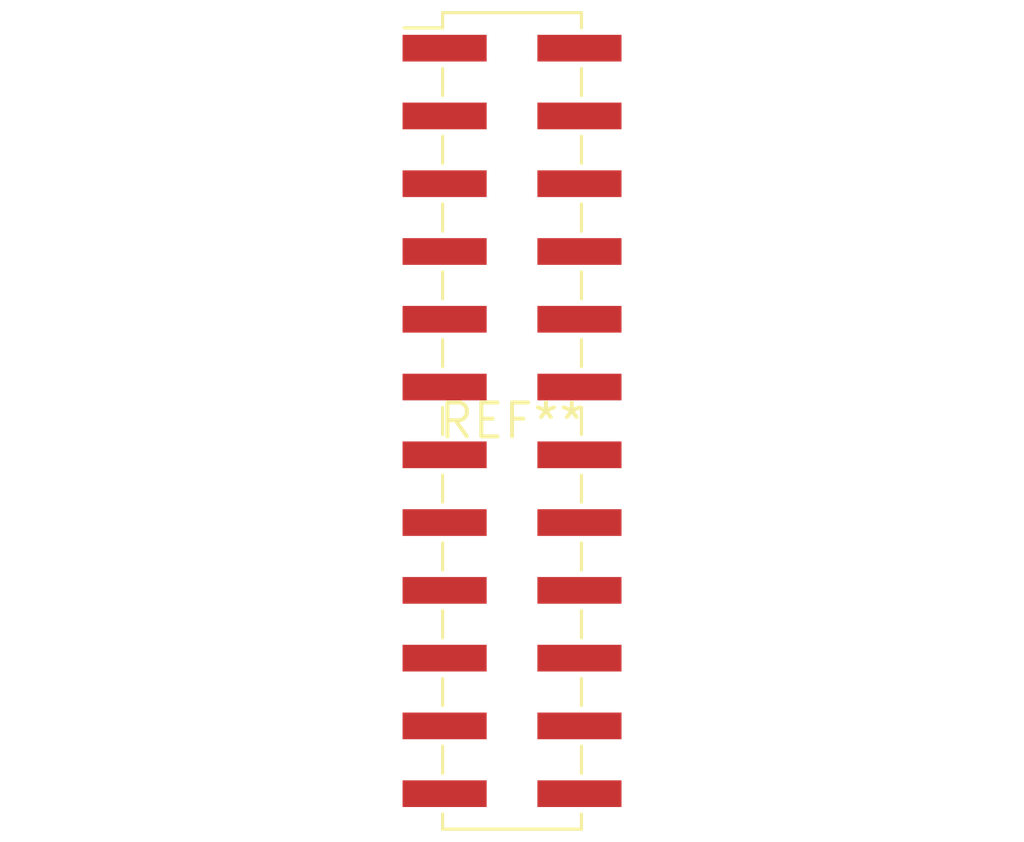
<source format=kicad_pcb>
(kicad_pcb (version 20240108) (generator pcbnew)
  (layers (0 "F.Cu" signal) (31 "B.Cu" signal) (34 "B.Paste" user) (35 "F.Paste" user) (36 "B.SilkS" user "B.Silkscreen") (37 "F.SilkS" user "F.Silkscreen") (38 "B.Mask" user) (39 "F.Mask" user) (44 "Edge.Cuts" user))
  (net 0 "")
  (footprint "PinHeader_2x12_P2.54mm_Vertical_SMD" (layer "F.Cu") (at 0 0)
    (property "Reference" "REF**")
    (property "Value" "PinHeader_2x12_P2.54mm_Vertical_SMD")
    (fp_line (start -4.04 -14.73) (end -2.6 -14.73) (layer "F.SilkS") (stroke (width 0.12)))
    (fp_line (start -2.6 -15.3) (end -2.6 -14.73) (layer "F.SilkS") (stroke (width 0.12)))
    (fp_line (start -2.6 -15.3) (end 2.6 -15.3) (layer "F.SilkS") (stroke (width 0.12)))
    (fp_line (start -2.6 -13.21) (end -2.6 -12.19) (layer "F.SilkS") (stroke (width 0.12)))
    (fp_line (start -2.6 -10.67) (end -2.6 -9.65) (layer "F.SilkS") (stroke (width 0.12)))
    (fp_line (start -2.6 -8.13) (end -2.6 -7.11) (layer "F.SilkS") (stroke (width 0.12)))
    (fp_line (start -2.6 -5.59) (end -2.6 -4.57) (layer "F.SilkS") (stroke (width 0.12)))
    (fp_line (start -2.6 -3.05) (end -2.6 -2.03) (layer "F.SilkS") (stroke (width 0.12)))
    (fp_line (start -2.6 -0.51) (end -2.6 0.51) (layer "F.SilkS") (stroke (width 0.12)))
    (fp_line (start -2.6 2.03) (end -2.6 3.05) (layer "F.SilkS") (stroke (width 0.12)))
    (fp_line (start -2.6 4.57) (end -2.6 5.59) (layer "F.SilkS") (stroke (width 0.12)))
    (fp_line (start -2.6 7.11) (end -2.6 8.13) (layer "F.SilkS") (stroke (width 0.12)))
    (fp_line (start -2.6 9.65) (end -2.6 10.67) (layer "F.SilkS") (stroke (width 0.12)))
    (fp_line (start -2.6 12.19) (end -2.6 13.21) (layer "F.SilkS") (stroke (width 0.12)))
    (fp_line (start -2.6 14.73) (end -2.6 15.3) (layer "F.SilkS") (stroke (width 0.12)))
    (fp_line (start -2.6 15.3) (end 2.6 15.3) (layer "F.SilkS") (stroke (width 0.12)))
    (fp_line (start 2.6 -15.3) (end 2.6 -14.73) (layer "F.SilkS") (stroke (width 0.12)))
    (fp_line (start 2.6 -13.21) (end 2.6 -12.19) (layer "F.SilkS") (stroke (width 0.12)))
    (fp_line (start 2.6 -10.67) (end 2.6 -9.65) (layer "F.SilkS") (stroke (width 0.12)))
    (fp_line (start 2.6 -8.13) (end 2.6 -7.11) (layer "F.SilkS") (stroke (width 0.12)))
    (fp_line (start 2.6 -5.59) (end 2.6 -4.57) (layer "F.SilkS") (stroke (width 0.12)))
    (fp_line (start 2.6 -3.05) (end 2.6 -2.03) (layer "F.SilkS") (stroke (width 0.12)))
    (fp_line (start 2.6 -0.51) (end 2.6 0.51) (layer "F.SilkS") (stroke (width 0.12)))
    (fp_line (start 2.6 2.03) (end 2.6 3.05) (layer "F.SilkS") (stroke (width 0.12)))
    (fp_line (start 2.6 4.57) (end 2.6 5.59) (layer "F.SilkS") (stroke (width 0.12)))
    (fp_line (start 2.6 7.11) (end 2.6 8.13) (layer "F.SilkS") (stroke (width 0.12)))
    (fp_line (start 2.6 9.65) (end 2.6 10.67) (layer "F.SilkS") (stroke (width 0.12)))
    (fp_line (start 2.6 12.19) (end 2.6 13.21) (layer "F.SilkS") (stroke (width 0.12)))
    (fp_line (start 2.6 14.73) (end 2.6 15.3) (layer "F.SilkS") (stroke (width 0.12)))
    (pad "1" smd rect (at -2.525 -13.97) (size 3.15 1) (layers "F.Cu" "F.Paste" "F.Mask"))
    (pad "2" smd rect (at 2.525 -13.97) (size 3.15 1) (layers "F.Cu" "F.Paste" "F.Mask"))
    (pad "3" smd rect (at -2.525 -11.43) (size 3.15 1) (layers "F.Cu" "F.Paste" "F.Mask"))
    (pad "4" smd rect (at 2.525 -11.43) (size 3.15 1) (layers "F.Cu" "F.Paste" "F.Mask"))
    (pad "5" smd rect (at -2.525 -8.89) (size 3.15 1) (layers "F.Cu" "F.Paste" "F.Mask"))
    (pad "6" smd rect (at 2.525 -8.89) (size 3.15 1) (layers "F.Cu" "F.Paste" "F.Mask"))
    (pad "7" smd rect (at -2.525 -6.35) (size 3.15 1) (layers "F.Cu" "F.Paste" "F.Mask"))
    (pad "8" smd rect (at 2.525 -6.35) (size 3.15 1) (layers "F.Cu" "F.Paste" "F.Mask"))
    (pad "9" smd rect (at -2.525 -3.81) (size 3.15 1) (layers "F.Cu" "F.Paste" "F.Mask"))
    (pad "10" smd rect (at 2.525 -3.81) (size 3.15 1) (layers "F.Cu" "F.Paste" "F.Mask"))
    (pad "11" smd rect (at -2.525 -1.27) (size 3.15 1) (layers "F.Cu" "F.Paste" "F.Mask"))
    (pad "12" smd rect (at 2.525 -1.27) (size 3.15 1) (layers "F.Cu" "F.Paste" "F.Mask"))
    (pad "13" smd rect (at -2.525 1.27) (size 3.15 1) (layers "F.Cu" "F.Paste" "F.Mask"))
    (pad "14" smd rect (at 2.525 1.27) (size 3.15 1) (layers "F.Cu" "F.Paste" "F.Mask"))
    (pad "15" smd rect (at -2.525 3.81) (size 3.15 1) (layers "F.Cu" "F.Paste" "F.Mask"))
    (pad "16" smd rect (at 2.525 3.81) (size 3.15 1) (layers "F.Cu" "F.Paste" "F.Mask"))
    (pad "17" smd rect (at -2.525 6.35) (size 3.15 1) (layers "F.Cu" "F.Paste" "F.Mask"))
    (pad "18" smd rect (at 2.525 6.35) (size 3.15 1) (layers "F.Cu" "F.Paste" "F.Mask"))
    (pad "19" smd rect (at -2.525 8.89) (size 3.15 1) (layers "F.Cu" "F.Paste" "F.Mask"))
    (pad "20" smd rect (at 2.525 8.89) (size 3.15 1) (layers "F.Cu" "F.Paste" "F.Mask"))
    (pad "21" smd rect (at -2.525 11.43) (size 3.15 1) (layers "F.Cu" "F.Paste" "F.Mask"))
    (pad "22" smd rect (at 2.525 11.43) (size 3.15 1) (layers "F.Cu" "F.Paste" "F.Mask"))
    (pad "23" smd rect (at -2.525 13.97) (size 3.15 1) (layers "F.Cu" "F.Paste" "F.Mask"))
    (pad "24" smd rect (at 2.525 13.97) (size 3.15 1) (layers "F.Cu" "F.Paste" "F.Mask"))
  )
)
</source>
